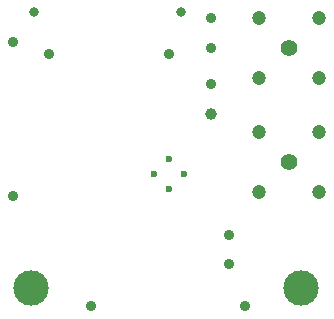
<source format=gbr>
G04 Generated by Ultiboard 10.0 *
%FSLAX25Y25*%
%MOIN*%

%ADD12C,0.11811*%
%ADD44C,0.04724*%
%ADD45C,0.05512*%
%ADD17C,0.03543*%
%ADD16C,0.03150*%
%ADD18C,0.03917*%
%ADD13C,0.03500*%
%ADD11C,0.02362*%


G04 ColorRGB 000000 for the following layer *
%LNBohrung-Copper Top-Copper Bottom*%
%LPD*%
%FSLAX25Y25*%
%MOIN*%
G54D12*
X14000Y32000D03*
X104000Y32000D03*
G54D44*
X90000Y122000D03*
X110000Y122000D03*
X90000Y102000D03*
X110000Y102000D03*
X90000Y64000D03*
X110000Y64000D03*
X90000Y84000D03*
X110000Y84000D03*
G54D45*
X100000Y112000D03*
X100000Y74000D03*
G54D17*
X74000Y112157D03*
X74000Y122000D03*
X34000Y26000D03*
X85181Y26000D03*
X60000Y110000D03*
X20000Y110000D03*
X8000Y62819D03*
X8000Y114000D03*
X80000Y49843D03*
X80000Y40000D03*
G54D16*
X64000Y124000D03*
X14787Y124000D03*
G54D18*
X74000Y90000D03*
G54D13*
X74000Y100000D03*
G54D11*
X65000Y70000D03*
X60000Y65000D03*
X60000Y75000D03*
X55000Y70000D03*

M00*

</source>
